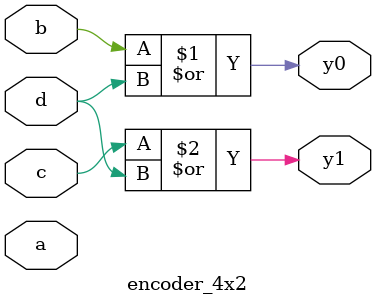
<source format=v>
module encoder_4x2(input a,b,c,d, output y0,y1);
  assign y0= b|d;
  assign y1= c|d;
endmodule  

</source>
